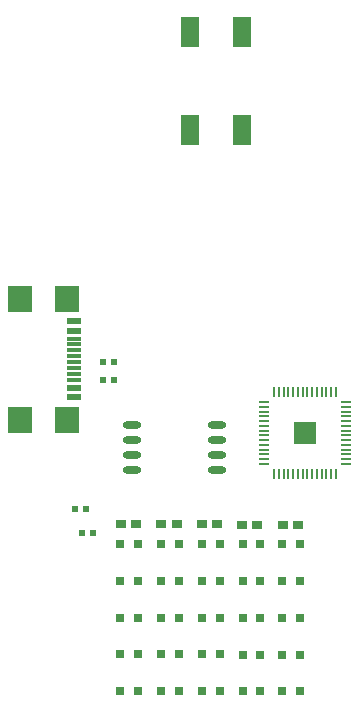
<source format=gtp>
G04*
G04 #@! TF.GenerationSoftware,Altium Limited,Altium Designer,25.8.1 (18)*
G04*
G04 Layer_Color=8421504*
%FSLAX25Y25*%
%MOIN*%
G70*
G04*
G04 #@! TF.SameCoordinates,879A800C-AAF0-40E7-B308-37E3056083DF*
G04*
G04*
G04 #@! TF.FilePolarity,Positive*
G04*
G01*
G75*
%ADD16R,0.02230X0.02254*%
%ADD17R,0.05906X0.09843*%
%ADD18O,0.06299X0.02362*%
G04:AMPARAMS|DCode=19|XSize=7.87mil|YSize=33.07mil|CornerRadius=0.98mil|HoleSize=0mil|Usage=FLASHONLY|Rotation=90.000|XOffset=0mil|YOffset=0mil|HoleType=Round|Shape=RoundedRectangle|*
%AMROUNDEDRECTD19*
21,1,0.00787,0.03110,0,0,90.0*
21,1,0.00591,0.03307,0,0,90.0*
1,1,0.00197,0.01555,0.00295*
1,1,0.00197,0.01555,-0.00295*
1,1,0.00197,-0.01555,-0.00295*
1,1,0.00197,-0.01555,0.00295*
%
%ADD19ROUNDEDRECTD19*%
%ADD20R,0.03150X0.03150*%
G04:AMPARAMS|DCode=21|XSize=33.07mil|YSize=7.87mil|CornerRadius=0.98mil|HoleSize=0mil|Usage=FLASHONLY|Rotation=90.000|XOffset=0mil|YOffset=0mil|HoleType=Round|Shape=RoundedRectangle|*
%AMROUNDEDRECTD21*
21,1,0.03307,0.00591,0,0,90.0*
21,1,0.03110,0.00787,0,0,90.0*
1,1,0.00197,0.00295,0.01555*
1,1,0.00197,0.00295,-0.01555*
1,1,0.00197,-0.00295,-0.01555*
1,1,0.00197,-0.00295,0.01555*
%
%ADD21ROUNDEDRECTD21*%
%ADD22R,0.07717X0.07717*%
%ADD23R,0.04528X0.02362*%
%ADD24R,0.07874X0.08583*%
%ADD25R,0.03543X0.02756*%
%ADD26R,0.04528X0.01181*%
D16*
X43784Y174000D02*
D03*
X40216D02*
D03*
X30933Y125000D02*
D03*
X34500D02*
D03*
X36783Y117000D02*
D03*
X33217D02*
D03*
X43784Y168000D02*
D03*
X40216D02*
D03*
D17*
X69000Y251323D02*
D03*
Y284000D02*
D03*
X86323Y284197D02*
D03*
Y251323D02*
D03*
D18*
X49827Y153000D02*
D03*
X78173Y143000D02*
D03*
Y148000D02*
D03*
X49827D02*
D03*
Y143000D02*
D03*
Y138000D02*
D03*
X78173D02*
D03*
Y153000D02*
D03*
D19*
X93941Y140154D02*
D03*
Y146453D02*
D03*
Y148028D02*
D03*
Y155902D02*
D03*
X120988Y146453D02*
D03*
X93941Y141728D02*
D03*
Y143303D02*
D03*
Y144878D02*
D03*
X120988Y151177D02*
D03*
X93941Y160626D02*
D03*
Y159051D02*
D03*
Y151177D02*
D03*
Y152752D02*
D03*
X120988Y140154D02*
D03*
Y141728D02*
D03*
Y143303D02*
D03*
Y144878D02*
D03*
Y148028D02*
D03*
Y149602D02*
D03*
Y152752D02*
D03*
Y154327D02*
D03*
Y155902D02*
D03*
Y157476D02*
D03*
Y159051D02*
D03*
Y160626D02*
D03*
X93941Y157476D02*
D03*
Y154327D02*
D03*
Y149602D02*
D03*
D20*
X105707Y113248D02*
D03*
X92582D02*
D03*
X79051Y113314D02*
D03*
X65426D02*
D03*
X51801D02*
D03*
X105707Y76537D02*
D03*
X79051Y76603D02*
D03*
X92582Y76537D02*
D03*
X65426Y76603D02*
D03*
X51801D02*
D03*
X73146Y64366D02*
D03*
X79051D02*
D03*
X86676Y64300D02*
D03*
X92582D02*
D03*
X59521Y64366D02*
D03*
X65426D02*
D03*
X86676Y76537D02*
D03*
X59521Y76603D02*
D03*
X73146D02*
D03*
X45896Y64366D02*
D03*
X51801D02*
D03*
X45896Y76603D02*
D03*
Y88840D02*
D03*
X51801D02*
D03*
X45896Y101077D02*
D03*
X51801D02*
D03*
X73146D02*
D03*
X79051D02*
D03*
X59521D02*
D03*
X65426D02*
D03*
X59521Y88840D02*
D03*
X65426D02*
D03*
X73146D02*
D03*
X79051D02*
D03*
X59521Y113314D02*
D03*
X86676Y88774D02*
D03*
X92582D02*
D03*
X86676Y113248D02*
D03*
Y101011D02*
D03*
X92582D02*
D03*
X73146Y113314D02*
D03*
X45896D02*
D03*
X105707Y64300D02*
D03*
X99801D02*
D03*
Y76537D02*
D03*
Y88774D02*
D03*
X105707D02*
D03*
X99801Y101011D02*
D03*
X105707D02*
D03*
X99801Y113248D02*
D03*
D21*
X106677Y136866D02*
D03*
X112976D02*
D03*
X111402Y163913D02*
D03*
X97228D02*
D03*
X111402Y136866D02*
D03*
X97228D02*
D03*
X98803D02*
D03*
X100378D02*
D03*
X101953D02*
D03*
X103528D02*
D03*
X105102D02*
D03*
X108252D02*
D03*
X109827D02*
D03*
X114551D02*
D03*
X116126D02*
D03*
X117701D02*
D03*
Y163913D02*
D03*
X116126D02*
D03*
X114551D02*
D03*
X112976D02*
D03*
X109827D02*
D03*
X108252D02*
D03*
X106677D02*
D03*
X105102D02*
D03*
X103528D02*
D03*
X101953D02*
D03*
X100378D02*
D03*
X98803D02*
D03*
D22*
X107465Y150390D02*
D03*
D23*
X30335Y162402D02*
D03*
Y187598D02*
D03*
Y165551D02*
D03*
Y184449D02*
D03*
D24*
X12598Y154882D02*
D03*
Y195118D02*
D03*
X28071Y154882D02*
D03*
Y195118D02*
D03*
D25*
X91610Y119866D02*
D03*
X86492D02*
D03*
X78205Y119933D02*
D03*
X73087D02*
D03*
X64705D02*
D03*
X59587D02*
D03*
X51205D02*
D03*
X46087D02*
D03*
X105110Y119866D02*
D03*
X99992D02*
D03*
D26*
X30335Y168110D02*
D03*
Y170079D02*
D03*
Y172047D02*
D03*
Y174016D02*
D03*
Y175984D02*
D03*
Y177953D02*
D03*
Y179921D02*
D03*
Y181890D02*
D03*
M02*

</source>
